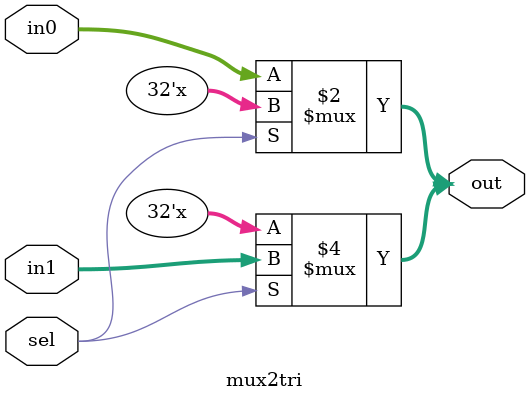
<source format=v>
`timescale 1ns / 1ps


module mux2tri(
in0,
in1,
sel,
out
    );
    
input [31:0] in0, in1;
input sel;
output [31:0] out;

    
    assign out = (sel==1'd0) ? in0 : 32'bz, 
           out = (sel==1'd1) ? in1 : 32'bz;
           
    
endmodule

</source>
